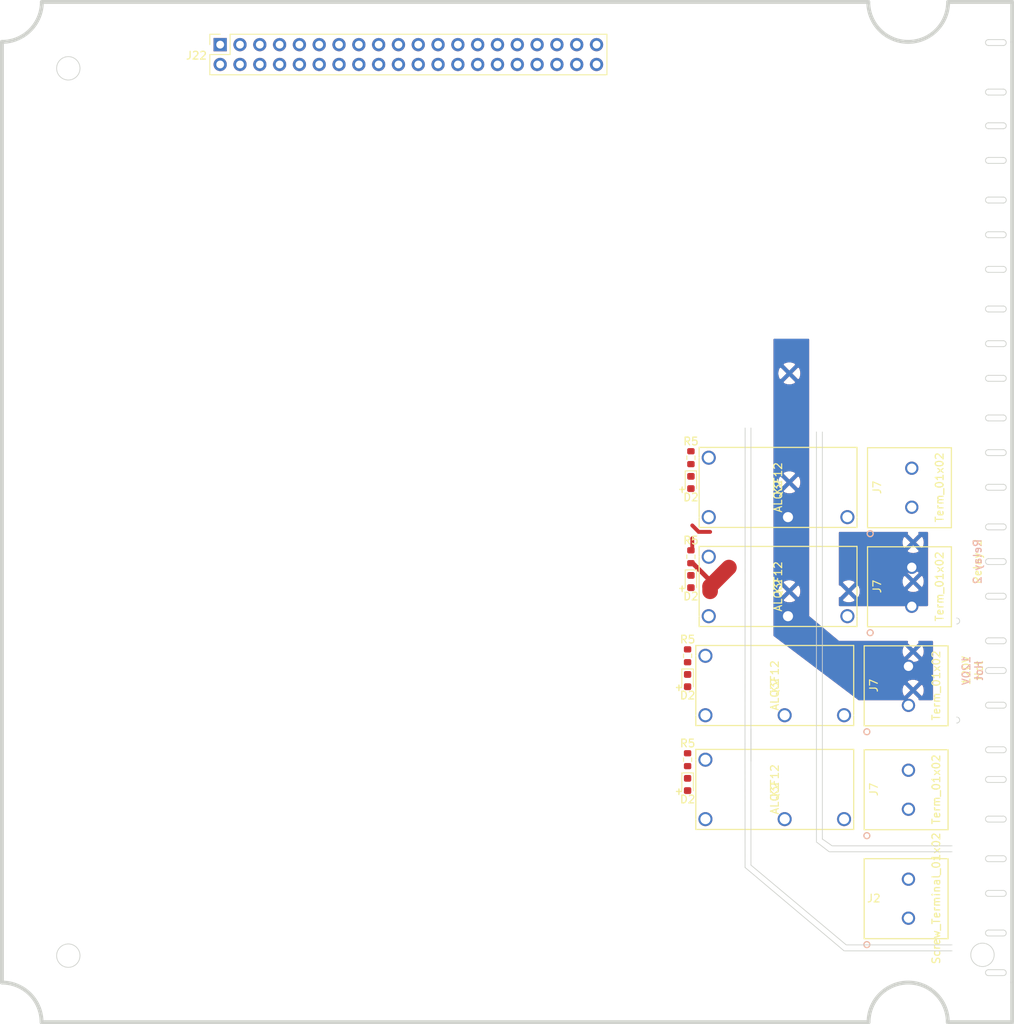
<source format=kicad_pcb>
(kicad_pcb (version 20211014) (generator pcbnew)
  (layers (0 "F.Cu" signal) (31 "B.Cu" signal) (34 "B.Paste" user) (35 "F.Paste" user) (36 "B.SilkS" user "B.Silkscreen") (37 "F.SilkS" user "F.Silkscreen") (38 "B.Mask" user) (39 "F.Mask" user) (44 "Edge.Cuts" user))
  (net 0 "")
  (net 1 "Net-(D2-Pad1)")
  (net 2 "+5V")
  (net 3 "+12V")
  (net 4 "Net-(J7-Pad1)")
  (net 5 "12V")
  (net 6 "Relay2")
  (net 7 "Net-(J5-Pad1)")
  (net 8 "120V_Hot")
  (net 9 "GND")
  (net 10 "Net-(R4-Pad1)")
  (footprint "ALQ3F12:ALQ3F12" (layer "F.Cu") (at 125.72055 128.891757 90)
    (fp_text reference "K2" (at 3.81 8.89 90) (layer "F.SilkS"))
    (fp_text value "ALQ3F12" (at 3.81 8.89 90) (layer "F.SilkS"))
    (fp_line (start 8.9408 -1.2319) (end 7.699149 -1.2319) (layer "F.SilkS") (width 0.1524))
    (fp_line (start -0.079149 -1.2319) (end -1.3208 -1.2319) (layer "F.SilkS") (width 0.1524))
    (fp_line (start 7.540851 -1.2319) (end 0.079149 -1.2319) (layer "F.SilkS") (width 0.1524))
    (fp_line (start 0.079149 19.0119) (end 8.9408 19.0119) (layer "F.SilkS") (width 0.1524))
    (fp_line (start -1.3208 -1.2319) (end -1.3208 19.0119) (layer "F.SilkS") (width 0.1524))
    (fp_line (start -1.3208 19.0119) (end -0.079149 19.0119) (layer "F.SilkS") (width 0.1524))
    (fp_line (start 8.9408 19.0119) (end 8.9408 -1.2319) (layer "F.SilkS") (width 0.1524))
    (pad "1" thru_hole circle locked (at 0 0 90) (size 1.8034 1.8034) (drill 1.2954) (layers *.Cu *.Mask) (net 5 "12V"))
    (pad "2" thru_hole circle locked (at 7.62 0 90) (size 1.8034 1.8034) (drill 1.2954) (layers *.Cu *.Mask) (net 6 "Relay2"))
    (pad "3" thru_hole circle locked (at 0 17.78 90) (size 1.8034 1.8034) (drill 1.2954) (layers *.Cu *.Mask) (net 7 "Net-(J5-Pad1)"))
    (pad "4" thru_hole circle locked (at 0 10.16 90) (size 1.8034 1.8034) (drill 1.2954) (layers *.Cu *.Mask) (net 8 "120V_Hot"))
  )
  (footprint "ALQ3F12:ALQ3F12" (layer "F.Cu") (at 126.146 102.87 90)
    (fp_text reference "K2" (at 3.81 8.89 90) (layer "F.SilkS"))
    (fp_text value "ALQ3F12" (at 3.81 8.89 90) (layer "F.SilkS"))
    (fp_line (start 8.9408 19.0119) (end 8.9408 -1.2319) (layer "F.SilkS") (width 0.1524))
    (fp_line (start -0.079149 -1.2319) (end -1.3208 -1.2319) (layer "F.SilkS") (width 0.1524))
    (fp_line (start 7.540851 -1.2319) (end 0.079149 -1.2319) (layer "F.SilkS") (width 0.1524))
    (fp_line (start -1.3208 -1.2319) (end -1.3208 19.0119) (layer "F.SilkS") (width 0.1524))
    (fp_line (start -1.3208 19.0119) (end -0.079149 19.0119) (layer "F.SilkS") (width 0.1524))
    (fp_line (start 0.079149 19.0119) (end 8.9408 19.0119) (layer "F.SilkS") (width 0.1524))
    (fp_line (start 8.9408 -1.2319) (end 7.699149 -1.2319) (layer "F.SilkS") (width 0.1524))
    (pad "1" thru_hole circle locked (at 0 0 90) (size 1.8034 1.8034) (drill 1.2954) (layers *.Cu *.Mask) (net 5 "12V"))
    (pad "2" thru_hole circle locked (at 7.62 0 90) (size 1.8034 1.8034) (drill 1.2954) (layers *.Cu *.Mask) (net 6 "Relay2"))
    (pad "3" thru_hole circle locked (at 0 17.78 90) (size 1.8034 1.8034) (drill 1.2954) (layers *.Cu *.Mask) (net 7 "Net-(J5-Pad1)"))
    (pad "4" thru_hole circle locked (at 0 10.16 90) (size 1.8034 1.8034) (drill 1.2954) (layers *.Cu *.Mask) (net 8 "120V_Hot"))
  )
  (footprint "1792863-2term_power:1792863" (layer "F.Cu") (at 152.181 101.6 90)
    (fp_text reference "J7" (at 2.54 -4.445 90) (layer "F.SilkS"))
    (fp_text value "Term_01x02" (at 2.54 3.556 90) (layer "F.SilkS"))
    (fp_text user "*" (at 0 0 90) (layer "F.SilkS"))
    (fp_text user "*" (at 0 0 90) (layer "F.SilkS"))
    (fp_circle (center -3.389 -5.334) (end -3.008 -5.334) (layer "B.SilkS") (width 0.1524) (fill none))
    (fp_line (start 7.627 5.077) (end 7.627 -5.676999) (layer "F.SilkS") (width 0.1524))
    (fp_line (start 7.627 -5.676999) (end -2.627 -5.676999) (layer "F.SilkS") (width 0.1524))
    (fp_line (start -2.627 5.077) (end 7.627 5.077) (layer "F.SilkS") (width 0.1524))
    (fp_line (start -2.627 -5.676999) (end -2.627 5.077) (layer "F.SilkS") (width 0.1524))
    (fp_circle (center -3.389 -5.334) (end -3.008 -5.334) (layer "F.SilkS") (width 0.1524) (fill none))
    (pad "1" thru_hole circle locked (at 0 0 90) (size 1.7018 1.7018) (drill 1.1938) (layers *.Cu *.Mask) (net 4 "Net-(J7-Pad1)"))
    (pad "2" thru_hole circle locked (at 5 0 90) (size 1.7018 1.7018) (drill 1.1938) (layers *.Cu *.Mask) (net 4 "Net-(J7-Pad1)"))
  )
  (footprint "1792863-2term_power:1792863" (layer "F.Cu") (at 151.75555 114.3 90)
    (fp_text reference "J7" (at 2.54 -4.445 90) (layer "F.SilkS"))
    (fp_text value "Term_01x02" (at 2.54 3.556 90) (layer "F.SilkS"))
    (fp_text user "*" (at 0 0 90) (layer "F.SilkS"))
    (fp_text user "*" (at 0 0 90) (layer "F.SilkS"))
    (fp_circle (center -3.389 -5.334) (end -3.008 -5.334) (layer "B.SilkS") (width 0.1524) (fill none))
    (fp_line (start 7.627 5.077) (end 7.627 -5.676999) (layer "F.SilkS") (width 0.1524))
    (fp_line (start -2.627 -5.676999) (end -2.627 5.077) (layer "F.SilkS") (width 0.1524))
    (fp_line (start 7.627 -5.676999) (end -2.627 -5.676999) (layer "F.SilkS") (width 0.1524))
    (fp_line (start -2.627 5.077) (end 7.627 5.077) (layer "F.SilkS") (width 0.1524))
    (fp_circle (center -3.389 -5.334) (end -3.008 -5.334) (layer "F.SilkS") (width 0.1524) (fill none))
    (pad "1" thru_hole circle locked (at 0 0 90) (size 1.7018 1.7018) (drill 1.1938) (layers *.Cu *.Mask) (net 4 "Net-(J7-Pad1)"))
    (pad "2" thru_hole circle locked (at 5 0 90) (size 1.7018 1.7018) (drill 1.1938) (layers *.Cu *.Mask) (net 4 "Net-(J7-Pad1)"))
  )
  (footprint "1792863-2term_power:1792863" (layer "F.Cu") (at 151.75555 141.591757 90)
    (fp_text reference "J2" (at 2.54 -4.445 180) (layer "F.SilkS"))
    (fp_text value "Screw_Terminal_01x02" (at 2.54 3.556 90) (layer "F.SilkS"))
    (fp_text user "*" (at 0 0 90) (layer "F.SilkS"))
    (fp_text user "*" (at 0 0 90) (layer "F.SilkS"))
    (fp_circle (center -3.389 -5.334) (end -3.008 -5.334) (layer "B.SilkS") (width 0.1524) (fill none))
    (fp_line (start -2.627 -5.676999) (end -2.627 5.077) (layer "F.SilkS") (width 0.1524))
    (fp_line (start 7.627 5.077) (end 7.627 -5.676999) (layer "F.SilkS") (width 0.1524))
    (fp_line (start 7.627 -5.676999) (end -2.627 -5.676999) (layer "F.SilkS") (width 0.1524))
    (fp_line (start -2.627 5.077) (end 7.627 5.077) (layer "F.SilkS") (width 0.1524))
    (fp_circle (center -3.389 -5.334) (end -3.008 -5.334) (layer "F.SilkS") (width 0.1524) (fill none))
    (pad "1" thru_hole circle locked (at 0 0 90) (size 1.7018 1.7018) (drill 1.1938) (layers *.Cu *.Mask) (net 3 "+12V"))
    (pad "2" thru_hole circle locked (at 5 0 90) (size 1.7018 1.7018) (drill 1.1938) (layers *.Cu *.Mask) (net 3 "+12V"))
  )
  (footprint "ALQ3F12:ALQ3F12" (layer "F.Cu") (at 126.146 90.17 90)
    (fp_text reference "K2" (at 3.81 8.89 90) (layer "F.SilkS"))
    (fp_text value "ALQ3F12" (at 3.81 8.89 90) (layer "F.SilkS"))
    (fp_line (start -1.3208 -1.2319) (end -1.3208 19.0119) (layer "F.SilkS") (width 0.1524))
    (fp_line (start -0.079149 -1.2319) (end -1.3208 -1.2319) (layer "F.SilkS") (width 0.1524))
    (fp_line (start 8.9408 -1.2319) (end 7.699149 -1.2319) (layer "F.SilkS") (width 0.1524))
    (fp_line (start -1.3208 19.0119) (end -0.079149 19.0119) (layer "F.SilkS") (width 0.1524))
    (fp_line (start 0.079149 19.0119) (end 8.9408 19.0119) (layer "F.SilkS") (width 0.1524))
    (fp_line (start 7.540851 -1.2319) (end 0.079149 -1.2319) (layer "F.SilkS") (width 0.1524))
    (fp_line (start 8.9408 19.0119) (end 8.9408 -1.2319) (layer "F.SilkS") (width 0.1524))
    (pad "1" thru_hole circle locked (at 0 0 90) (size 1.8034 1.8034) (drill 1.2954) (layers *.Cu *.Mask) (net 5 "12V"))
    (pad "2" thru_hole circle locked (at 7.62 0 90) (size 1.8034 1.8034) (drill 1.2954) (layers *.Cu *.Mask) (net 6 "Relay2"))
    (pad "3" thru_hole circle locked (at 0 17.78 90) (size 1.8034 1.8034) (drill 1.2954) (layers *.Cu *.Mask) (net 7 "Net-(J5-Pad1)"))
    (pad "4" thru_hole circle locked (at 0 10.16 90) (size 1.8034 1.8034) (drill 1.2954) (layers *.Cu *.Mask) (net 8 "120V_Hot"))
  )
  (footprint "LED_SMD:LED_0603_1608Metric" (layer "F.Cu") (at 123.43455 111.125 -90)
    (fp_text reference "D2" (at 1.905 0 180) (layer "F.SilkS"))
    (fp_text value "LED_Red_power")
    (fp_line (start 0.8 -0.735) (end -1.485 -0.735) (layer "F.SilkS") (width 0.12))
    (fp_line (start -1.485 0.735) (end 0.8 0.735) (layer "F.SilkS") (width 0.12))
    (fp_line (start -1.485 -0.735) (end -1.485 0.735) (layer "F.SilkS") (width 0.12))
    (pad "1" smd roundrect locked (at -0.7875 0 270) (size 0.875 0.95) (layers "F.Cu" "F.Paste" "F.Mask") (net 1 "Net-(D2-Pad1)"))
    (pad "2" smd roundrect locked (at 0.7875 0 270) (size 0.875 0.95) (layers "F.Cu" "F.Paste" "F.Mask") (net 2 "+5V"))
  )
  (footprint "LED_SMD:LED_0603_1608Metric" (layer "F.Cu") (at 123.86 85.725 -90)
    (fp_text reference "D2" (at 1.905 0 180) (layer "F.SilkS"))
    (fp_text value "LED_Red_power")
    (fp_line (start 0.8 -0.735) (end -1.485 -0.735) (layer "F.SilkS") (width 0.12))
    (fp_line (start -1.485 0.735) (end 0.8 0.735) (layer "F.SilkS") (width 0.12))
    (fp_line (start -1.485 -0.735) (end -1.485 0.735) (layer "F.SilkS") (width 0.12))
    (pad "1" smd roundrect locked (at -0.7875 0 270) (size 0.875 0.95) (layers "F.Cu" "F.Paste" "F.Mask") (net 1 "Net-(D2-Pad1)"))
    (pad "2" smd roundrect locked (at 0.7875 0 270) (size 0.875 0.95) (layers "F.Cu" "F.Paste" "F.Mask") (net 2 "+5V"))
  )
  (footprint "Resistor_SMD:R_0603_1608Metric" (layer "F.Cu") (at 123.43455 107.95 90)
    (fp_text reference "R5" (at 2.095 0 180) (layer "F.SilkS"))
    (fp_text value "10k")
    (fp_line (start -0.237258 -0.5225) (end 0.237258 -0.5225) (layer "F.SilkS") (width 0.12))
    (fp_line (start -0.237258 0.5225) (end 0.237258 0.5225) (layer "F.SilkS") (width 0.12))
    (pad "1" smd roundrect locked (at -0.825 0 90) (size 0.8 0.95) (layers "F.Cu" "F.Paste" "F.Mask") (net 9 "GND"))
    (pad "2" smd roundrect locked (at 0.825 0 90) (size 0.8 0.95) (layers "F.Cu" "F.Paste" "F.Mask") (net 10 "Net-(R4-Pad1)"))
  )
  (footprint "LED_SMD:LED_0603_1608Metric" (layer "F.Cu") (at 123.43455 124.446757 -90)
    (fp_text reference "D2" (at 1.905 0 180) (layer "F.SilkS"))
    (fp_text value "LED_Red_power")
    (fp_line (start 0.8 -0.735) (end -1.485 -0.735) (layer "F.SilkS") (width 0.12))
    (fp_line (start -1.485 -0.735) (end -1.485 0.735) (layer "F.SilkS") (width 0.12))
    (fp_line (start -1.485 0.735) (end 0.8 0.735) (layer "F.SilkS") (width 0.12))
    (pad "1" smd roundrect locked (at -0.7875 0 270) (size 0.875 0.95) (layers "F.Cu" "F.Paste" "F.Mask") (net 1 "Net-(D2-Pad1)"))
    (pad "2" smd roundrect locked (at 0.7875 0 270) (size 0.875 0.95) (layers "F.Cu" "F.Paste" "F.Mask") (net 2 "+5V"))
  )
  (footprint "Resistor_SMD:R_0603_1608Metric" (layer "F.Cu") (at 123.86 95.25 90)
    (fp_text reference "R5" (at 2.095 0 180) (layer "F.SilkS"))
    (fp_text value "10k")
    (fp_line (start -0.237258 0.5225) (end 0.237258 0.5225) (layer "F.SilkS") (width 0.12))
    (fp_line (start -0.237258 -0.5225) (end 0.237258 -0.5225) (layer "F.SilkS") (width 0.12))
    (pad "1" smd roundrect locked (at -0.825 0 90) (size 0.8 0.95) (layers "F.Cu" "F.Paste" "F.Mask") (net 9 "GND"))
    (pad "2" smd roundrect locked (at 0.825 0 90) (size 0.8 0.95) (layers "F.Cu" "F.Paste" "F.Mask") (net 10 "Net-(R4-Pad1)"))
  )
  (footprint "ALQ3F12:ALQ3F12" (layer "F.Cu") (at 125.72055 115.57 90)
    (fp_text reference "K2" (at 3.81 8.89 90) (layer "F.SilkS"))
    (fp_text value "ALQ3F12" (at 3.81 8.89 90) (layer "F.SilkS"))
    (fp_line (start 0.079149 19.0119) (end 8.9408 19.0119) (layer "F.SilkS") (width 0.1524))
    (fp_line (start -0.079149 -1.2319) (end -1.3208 -1.2319) (layer "F.SilkS") (width 0.1524))
    (fp_line (start -1.3208 19.0119) (end -0.079149 19.0119) (layer "F.SilkS") (width 0.1524))
    (fp_line (start 8.9408 19.0119) (end 8.9408 -1.2319) (layer "F.SilkS") (width 0.1524))
    (fp_line (start 8.9408 -1.2319) (end 7.699149 -1.2319) (layer "F.SilkS") (width 0.1524))
    (fp_line (start -1.3208 -1.2319) (end -1.3208 19.0119) (layer "F.SilkS") (width 0.1524))
    (fp_line (start 7.540851 -1.2319) (end 0.079149 -1.2319) (layer "F.SilkS") (width 0.1524))
    (pad "1" thru_hole circle locked (at 0 0 90) (size 1.8034 1.8034) (drill 1.2954) (layers *.Cu *.Mask) (net 5 "12V"))
    (pad "2" thru_hole circle locked (at 7.62 0 90) (size 1.8034 1.8034) (drill 1.2954) (layers *.Cu *.Mask) (net 6 "Relay2"))
    (pad "3" thru_hole circle locked (at 0 17.78 90) (size 1.8034 1.8034) (drill 1.2954) (layers *.Cu *.Mask) (net 7 "Net-(J5-Pad1)"))
    (pad "4" thru_hole circle locked (at 0 10.16 90) (size 1.8034 1.8034) (drill 1.2954) (layers *.Cu *.Mask) (net 8 "120V_Hot"))
  )
  (footprint "1792863-2term_power:1792863" (layer "F.Cu") (at 151.75555 127.621757 90)
    (fp_text reference "J7" (at 2.54 -4.445 90) (layer "F.SilkS"))
    (fp_text value "Term_01x02" (at 2.54 3.556 90) (layer "F.SilkS"))
    (fp_text user "*" (at 0 0 90) (layer "F.SilkS"))
    (fp_text user "*" (at 0 0 90) (layer "F.SilkS"))
    (fp_circle (center -3.389 -5.334) (end -3.008 -5.334) (layer "B.SilkS") (width 0.1524) (fill none))
    (fp_line (start 7.627 5.077) (end 7.627 -5.676999) (layer "F.SilkS") (width 0.1524))
    (fp_line (start 7.627 -5.676999) (end -2.627 -5.676999) (layer "F.SilkS") (width 0.1524))
    (fp_line (start -2.627 5.077) (end 7.627 5.077) (layer "F.SilkS") (width 0.1524))
    (fp_line (start -2.627 -5.676999) (end -2.627 5.077) (layer "F.SilkS") (width 0.1524))
    (fp_circle (center -3.389 -5.334) (end -3.008 -5.334) (layer "F.SilkS") (width 0.1524) (fill none))
    (pad "1" thru_hole circle locked (at 0 0 90) (size 1.7018 1.7018) (drill 1.1938) (layers *.Cu *.Mask) (net 4 "Net-(J7-Pad1)"))
    (pad "2" thru_hole circle locked (at 5 0 90) (size 1.7018 1.7018) (drill 1.1938) (layers *.Cu *.Mask) (net 4 "Net-(J7-Pad1)"))
  )
  (footprint "1792863-2term_power:1792863" (layer "F.Cu") (at 152.181 88.9 90)
    (fp_text reference "J7" (at 2.54 -4.445 90) (layer "F.SilkS"))
    (fp_text value "Term_01x02" (at 2.54 3.556 90) (layer "F.SilkS"))
    (fp_text user "*" (at 0 0 90) (layer "F.SilkS"))
    (fp_text user "*" (at 0 0 90) (layer "F.SilkS"))
    (fp_circle (center -3.389 -5.334) (end -3.008 -5.334) (layer "B.SilkS") (width 0.1524) (fill none))
    (fp_line (start 7.627 5.077) (end 7.627 -5.676999) (layer "F.SilkS") (width 0.1524))
    (fp_line (start 7.627 -5.676999) (end -2.627 -5.676999) (layer "F.SilkS") (width 0.1524))
    (fp_line (start -2.627 -5.676999) (end -2.627 5.077) (layer "F.SilkS") (width 0.1524))
    (fp_line (start -2.627 5.077) (end 7.627 5.077) (layer "F.SilkS") (width 0.1524))
    (fp_circle (center -3.389 -5.334) (end -3.008 -5.334) (layer "F.SilkS") (width 0.1524) (fill none))
    (pad "1" thru_hole circle locked (at 0 0 90) (size 1.7018 1.7018) (drill 1.1938) (layers *.Cu *.Mask) (net 4 "Net-(J7-Pad1)"))
    (pad "2" thru_hole circle locked (at 5 0 90) (size 1.7018 1.7018) (drill 1.1938) (layers *.Cu *.Mask) (net 4 "Net-(J7-Pad1)"))
  )
  (footprint "Resistor_SMD:R_0603_1608Metric" (layer "F.Cu") (at 123.43455 121.271757 90)
    (fp_text reference "R5" (at 2.095 0 180) (layer "F.SilkS"))
    (fp_text value "10k")
    (fp_line (start -0.237258 0.5225) (end 0.237258 0.5225) (layer "F.SilkS") (width 0.12))
    (fp_line (start -0.237258 -0.5225) (end 0.237258 -0.5225) (layer "F.SilkS") (width 0.12))
    (pad "1" smd roundrect locked (at -0.825 0 90) (size 0.8 0.95) (layers "F.Cu" "F.Paste" "F.Mask") (net 9 "GND"))
    (pad "2" smd roundrect locked (at 0.825 0 90) (size 0.8 0.95) (layers "F.Cu" "F.Paste" "F.Mask") (net 10 "Net-(R4-Pad1)"))
  )
  (footprint "Resistor_SMD:R_0603_1608Metric" (layer "F.Cu") (at 123.86 82.55 90)
    (fp_text reference "R5" (at 2.095 0 180) (layer "F.SilkS"))
    (fp_text value "10k")
    (fp_line (start -0.237258 0.5225) (end 0.237258 0.5225) (layer "F.SilkS") (width 0.12))
    (fp_line (start -0.237258 -0.5225) (end 0.237258 -0.5225) (layer "F.SilkS") (width 0.12))
    (pad "1" smd roundrect locked (at -0.825 0 90) (size 0.8 0.95) (layers "F.Cu" "F.Paste" "F.Mask") (net 9 "GND"))
    (pad "2" smd roundrect locked (at 0.825 0 90) (size 0.8 0.95) (layers "F.Cu" "F.Paste" "F.Mask") (net 10 "Net-(R4-Pad1)"))
  )
  (footprint "Connector_PinSocket_2.54mm:PinSocket_2x20_P2.54mm_Vertical" (layer "F.Cu") (at 63.5 29.591 90)
    (fp_text reference "J22" (at -1.397 -3.048 180) (layer "F.SilkS"))
    (fp_text value "Conn_02x20_Odd_Even" hide)
    (fp_line (start -3.87 -1.33) (end -3.87 49.59) (layer "F.SilkS") (width 0.12))
    (fp_line (start 0 -1.33) (end 1.33 -1.33) (layer "F.SilkS") (width 0.12))
    (fp_line (start -1.27 1.27) (end 1.33 1.27) (layer "F.SilkS") (width 0.12))
    (fp_line (start -1.27 -1.33) (end -1.27 1.27) (layer "F.SilkS") (width 0.12))
    (fp_line (start -3.87 49.59) (end 1.33 49.59) (layer "F.SilkS") (width 0.12))
    (fp_line (start -3.87 -1.33) (end -1.27 -1.33) (layer "F.SilkS") (width 0.12))
    (fp_line (start 1.33 -1.33) (end 1.33 0) (layer "F.SilkS") (width 0.12))
    (fp_line (start 1.33 1.27) (end 1.33 49.59) (layer "F.SilkS") (width 0.12))
    (pad "1" thru_hole rect locked (at 0 0 90) (size 1.7 1.7) (drill 1) (layers *.Cu *.Mask))
    (pad "2" thru_hole oval locked (at -2.54 0 90) (size 1.7 1.7) (drill 1) (layers *.Cu *.Mask))
    (pad "3" thru_hole oval locked (at 0 2.54 90) (size 1.7 1.7) (drill 1) (layers *.Cu *.Mask))
    (pad "4" thru_hole oval locked (at -2.54 2.54 90) (size 1.7 1.7) (drill 1) (layers *.Cu *.Mask))
    (pad "5" thru_hole oval locked (at 0 5.08 90) (size 1.7 1.7) (drill 1) (layers *.Cu *.Mask))
    (pad "6" thru_hole oval locked (at -2.54 5.08 90) (size 1.7 1.7) (drill 1) (layers *.Cu *.Mask))
    (pad "7" thru_hole oval locked (at 0 7.62 90) (size 1.7 1.7) (drill 1) (layers *.Cu *.Mask))
    (pad "8" thru_hole oval locked (at -2.54 7.62 90) (size 1.7 1.7) (drill 1) (layers *.Cu *.Mask))
    (pad "9" thru_hole oval locked (at 0 10.16 90) (size 1.7 1.7) (drill 1) (layers *.Cu *.Mask))
    (pad "10" thru_hole oval locked (at -2.54 10.16 90) (size 1.7 1.7) (drill 1) (layers *.Cu *.Mask))
    (pad "11" thru_hole oval locked (at 0 12.7 90) (size 1.7 1.7) (drill 1) (layers *.Cu *.Mask))
    (pad "12" thru_hole oval locked (at -2.54 12.7 90) (size 1.7 1.7) (drill 1) (layers *.Cu *.Mask))
    (pad "13" thru_hole oval locked (at 0 15.24 90) (size 1.7 1.7) (drill 1) (layers *.Cu *.Mask))
    (pad "14" thru_hole oval locked (at -2.54 15.24 90) (size 1.7 1.7) (drill 1) (layers *.Cu *.Mask))
    (pad "15" thru_hole oval locked (at 0 17.78 90) (size 1.7 1.7) (drill 1) (layers *.Cu *.Mask))
    (pad "16" thru_hole oval locked (at -2.54 17.78 90) (size 1.7 1.7) (drill 1) (layers *.Cu *.Mask))
    (pad "17" thru_hole oval locked (at 0 20.32 90) (size 1.7 1.7) (drill 1) (layers *.Cu *.Mask))
    (pad "18" thru_hole oval locked (at -2.54 20.32 90) (size 1.7 1.7) (drill 1) (layers *.Cu *.Mask))
    (pad "19" thru_hole oval locked (at 0 22.86 90) (size 1.7 1.7) (drill 1) (layers *.Cu *.Mask))
    (pad "20" thru_hole oval locked (at -2.54 22.86 90) (size 1.7 1.7) (drill 1) (layers *.Cu *.Mask))
    (pad "21" thru_hole oval locked (at 0 25.4 90) (size 1.7 1.7) (drill 1) (layers *.Cu *.Mask))
    (pad "22" thru_hole oval locked (at -2.54 25.4 90) (size 1.7 1.7) (drill 1) (layers *.Cu *.Mask))
    (pad "23" thru_hole oval locked (at 0 27.94 90) (size 1.7 1.7) (drill 1) (layers *.Cu *.Mask))
    (pad "24" thru_hole oval locked (at -2.54 27.94 90) (size 1.7 1.7) (drill 1) (layers *.Cu *.Mask))
    (pad "25" thru_hole oval locked (at 0 30.48 90) (size 1.7 1.7) (drill 1) (layers *.Cu *.Mask))
    (pad "26" thru_hole oval locked (at -2.54 30.48 90) (size 1.7 1.7) (drill 1) (layers *.Cu *.Mask))
    (pad "27" thru_hole oval locked (at 0 33.02 90) (size 1.7 1.7) (drill 1) (layers *.Cu *.Mask))
    (pad "28" thru_hole oval locked (at -2.54 33.02 90) (size 1.7 1.7) (drill 1) (layers *.Cu *.Mask))
    (pad "29" thru_hole oval locked (at 0 35.56 90) (size 1.7 1.7) (drill 1) (layers *.Cu *.Mask))
    (pad "30" thru_hole oval locked (at -2.54 35.56 90) (size 1.7 1.7) (drill 1) (layers *.Cu *.Mask))
    (pad "31" thru_hole oval locked (at 0 38.1 90) (size 1.7 1.7) (drill 1) (layers *.Cu *.Mask))
    (pad "32" thru_hole oval locked (at -2.54 38.1 90) (size 1.7 1.7) (drill 1) (layers *.Cu *.Mask))
    (pad "33" thru_hole oval locked (at 0 40.64 90) (size 1.7 1.7) (drill 1) (layers *.Cu *.Mask))
    (pad "34" thru_hole oval locked (at -2.54 40.64 90) (size 1.7 1.7) (drill 1) (layers *.Cu *.Mask))
    (pad "35" thru_hole oval locked (at 0 43.18 90) (size 1.7 1.7) (drill 1) (layers *.Cu *.Mask))
    (pad "36" thru_hole oval locked (at -2.54 43.18 90) (size 1.7 1.7) (drill 1) (layers *.Cu *.Mask))
    (pad "37" thru_hole oval locked (at 0 45.72 90) (size 1.7 1.7) (drill 1) (layers *.Cu *.Mask))
    (pad "38" thru_hole oval locked (at -2.54 45.72 90) (size 1.7 1.7) (drill 1) (layers *.Cu *.Mask))
    (pad "39" thru_hole oval locked (at 0 48.26 90) (size 1.7 1.7) (drill 1) (layers *.Cu *.Mask))
    (pad "40" thru_hole oval locked (at -2.54 48.26 90) (size 1.7 1.7) (drill 1) (layers *.Cu *.Mask))
  )
  (footprint "LED_SMD:LED_0603_1608Metric" (layer "F.Cu") (at 123.86 98.425 -90)
    (fp_text reference "D2" (at 1.905 0 180) (layer "F.SilkS"))
    (fp_text value "LED_Red_power")
    (fp_line (start 0.8 -0.735) (end -1.485 -0.735) (layer "F.SilkS") (width 0.12))
    (fp_line (start -1.485 -0.735) (end -1.485 0.735) (layer "F.SilkS") (width 0.12))
    (fp_line (start -1.485 0.735) (end 0.8 0.735) (layer "F.SilkS") (width 0.12))
    (pad "1" smd roundrect locked (at -0.7875 0 270) (size 0.875 0.95) (layers "F.Cu" "F.Paste" "F.Mask") (net 1 "Net-(D2-Pad1)"))
    (pad "2" smd roundrect locked (at 0.7875 0 270) (size 0.875 0.95) (layers "F.Cu" "F.Paste" "F.Mask") (net 2 "+5V"))
  )
  (gr_line (start 122.7424 86.3092) (end 122.7424 87.0204) (layer "F.SilkS") (width 0.15))
  (gr_line (start 122.31695 111.7854) (end 122.31695 112.2934) (layer "F.SilkS") (width 0.15))
  (gr_line (start 122.31695 112.2934) (end 122.31695 112.014) (layer "F.SilkS") (width 0.15))
  (gr_line (start 122.31695 112.014) (end 122.01215 112.014) (layer "F.SilkS") (width 0.15))
  (gr_line (start 122.7424 86.3854) (end 122.7424 86.8934) (layer "F.SilkS") (width 0.15))
  (gr_line (start 122.64715 125.335757) (end 122.31695 125.335757) (layer "F.SilkS") (width 0.15))
  (gr_line (start 122.31695 125.335757) (end 122.01215 125.335757) (layer "F.SilkS") (width 0.15))
  (gr_line (start 122.31695 125.335757) (end 122.31695 125.030957) (layer "F.SilkS") (width 0.15))
  (gr_line (start 122.4376 99.314) (end 123.0726 99.314) (layer "F.SilkS") (width 0.15))
  (gr_line (start 122.7424 99.0854) (end 122.7424 99.5934) (layer "F.SilkS") (width 0.15))
  (gr_line (start 122.7424 99.0092) (end 122.7424 99.7204) (layer "F.SilkS") (width 0.15))
  (gr_line (start 122.31695 125.615157) (end 122.31695 125.335757) (layer "F.SilkS") (width 0.15))
  (gr_line (start 122.7424 86.614) (end 122.7424 86.3092) (layer "F.SilkS") (width 0.15))
  (gr_line (start 122.31695 125.030957) (end 122.31695 125.742157) (layer "F.SilkS") (width 0.15))
  (gr_line (start 122.7424 86.614) (end 122.4376 86.614) (layer "F.SilkS") (width 0.15))
  (gr_line (start 122.7424 99.5934) (end 122.7424 99.314) (layer "F.SilkS") (width 0.15))
  (gr_line (start 123.0726 86.614) (end 122.7424 86.614) (layer "F.SilkS") (width 0.15))
  (gr_line (start 122.64715 112.014) (end 122.31695 112.014) (layer "F.SilkS") (width 0.15))
  (gr_line (start 122.4376 86.614) (end 123.0726 86.614) (layer "F.SilkS") (width 0.15))
  (gr_line (start 122.7424 86.8934) (end 122.7424 86.614) (layer "F.SilkS") (width 0.15))
  (gr_line (start 122.7424 99.314) (end 122.4376 99.314) (layer "F.SilkS") (width 0.15))
  (gr_line (start 122.31695 112.014) (end 122.31695 111.7092) (layer "F.SilkS") (width 0.15))
  (gr_line (start 123.0726 99.314) (end 122.7424 99.314) (layer "F.SilkS") (width 0.15))
  (gr_line (start 122.01215 125.335757) (end 122.64715 125.335757) (layer "F.SilkS") (width 0.15))
  (gr_line (start 122.7424 99.314) (end 122.7424 99.0092) (layer "F.SilkS") (width 0.15))
  (gr_line (start 122.01215 112.014) (end 122.64715 112.014) (layer "F.SilkS") (width 0.15))
  (gr_line (start 122.31695 125.107157) (end 122.31695 125.615157) (layer "F.SilkS") (width 0.15))
  (gr_line (start 122.31695 111.7092) (end 122.31695 112.4204) (layer "F.SilkS") (width 0.15))
  (gr_line (start 162.00755 82.282757) (end 163.91255 82.282757) (layer "Edge.Cuts") (width 0.1))
  (gr_arc (start 146.64055 154.926757) (mid 151.72055 149.846757) (end 156.80055 154.926757) (layer "Edge.Cuts") (width 0.5))
  (gr_arc (start 163.91255 143.115757) (mid 164.29355 143.496757) (end 163.91255 143.877757) (layer "Edge.Cuts") (width 0.1))
  (gr_line (start 162.00755 44.055757) (end 163.91255 44.055757) (layer "Edge.Cuts") (width 0.1))
  (gr_line (start 157.34355 145.782757) (end 143.50055 145.782757) (layer "Edge.Cuts") (width 0.1))
  (gr_arc (start 163.91255 95.490757) (mid 164.29355 95.871757) (end 163.91255 96.252757) (layer "Edge.Cuts") (width 0.1))
  (gr_arc (start 163.91255 123.430757) (mid 164.29355 123.811757) (end 163.91255 124.192757) (layer "Edge.Cuts") (width 0.1))
  (gr_arc (start 157.94355 115.810759) (mid 158.324549 116.191758) (end 157.94355 116.572757) (layer "Edge.Cuts") (width 0.1))
  (gr_line (start 162.00755 128.510757) (end 163.91255 128.510757) (layer "Edge.Cuts") (width 0.1))
  (gr_line (start 131.553524 119.239757) (end 131.553523 134.784557) (layer "Edge.Cuts") (width 0.1))
  (gr_arc (start 162.00755 129.272757) (mid 161.62655 128.891757) (end 162.00755 128.510757) (layer "Edge.Cuts") (width 0.1))
  (gr_line (start 162.00755 40.372757) (end 163.91255 40.372757) (layer "Edge.Cuts") (width 0.1))
  (gr_line (start 162.00755 148.957757) (end 163.91255 148.957757) (layer "Edge.Cuts") (width 0.1))
  (gr_line (start 162.00755 39.610757) (end 163.91255 39.610757) (layer "Edge.Cuts") (width 0.1))
  (gr_line (start 162.00755 143.115757) (end 163.91255 143.115757) (layer "Edge.Cuts") (width 0.1))
  (gr_line (start 162.00755 129.272757) (end 163.91255 129.272757) (layer "Edge.Cuts") (width 0.1))
  (gr_line (start 162.00755 49.135757) (end 163.91255 49.135757) (layer "Edge.Cuts") (width 0.1))
  (gr_line (start 162.00755 123.430757) (end 163.91255 123.430757) (layer "Edge.Cuts") (width 0.1))
  (gr_line (start 162.00755 28.942757) (end 163.91255 28.942757) (layer "Edge.Cuts") (width 0.1))
  (gr_arc (start 162.00755 40.372757) (mid 161.62655 39.991757) (end 162.00755 39.610757) (layer "Edge.Cuts") (width 0.1))
  (gr_arc (start 163.91255 67.550757) (mid 164.29355 67.931757) (end 163.91255 68.312757) (layer "Edge.Cuts") (width 0.1))
  (gr_arc (start 163.91255 128.510757) (mid 164.29355 128.891757) (end 163.91255 129.272757) (layer "Edge.Cuts") (width 0.1))
  (gr_arc (start 162.00755 36.054757) (mid 161.62655 35.673757) (end 162.00755 35.292757) (layer "Edge.Cuts") (width 0.1))
  (gr_line (start 141.97655 132.320757) (end 140.70655 131.431757) (layer "Edge.Cuts") (width 0.1))
  (gr_line (start 162.00755 71.995757) (end 163.91255 71.995757) (layer "Edge.Cuts") (width 0.1))
  (gr_line (start 146.64055 154.926757) (end 40.59555 154.926757) (layer "Edge.Cuts") (width 0.5))
  (gr_line (start 162.00755 120.382757) (end 163.91255 120.382757) (layer "Edge.Cuts") (width 0.1))
  (gr_arc (start 163.91255 58.025757) (mid 164.29355 58.406757) (end 163.91255 58.787757) (layer "Edge.Cuts") (width 0.1))
  (gr_line (start 162.00755 35.292757) (end 163.91255 35.292757) (layer "Edge.Cuts") (width 0.1))
  (gr_arc (start 163.91255 148.195757) (mid 164.29355 148.576757) (end 163.91255 148.957757) (layer "Edge.Cuts") (width 0.1))
  (gr_arc (start 162.00755 49.897757) (mid 161.62655 49.516757) (end 162.00755 49.135757) (layer "Edge.Cuts") (width 0.1))
  (gr_line (start 162.00755 96.252757) (end 163.91255 96.252757) (layer "Edge.Cuts") (width 0.1))
  (gr_line (start 139.954 79.248) (end 139.954 131.7244) (layer "Edge.Cuts") (width 0.1))
  (gr_line (start 162.00755 54.342757) (end 163.91255 54.342757) (layer "Edge.Cuts") (width 0.1))
  (gr_arc (start 162.00755 86.727757) (mid 161.62655 86.346757) (end 162.00755 85.965757) (layer "Edge.Cuts") (width 0.1))
  (gr_line (start 162.00755 77.075757) (end 163.91255 77.075757) (layer "Edge.Cuts") (width 0.1))
  (gr_circle (center 44.02455 146.394854) (end 45.52455 146.394854) (layer "Edge.Cuts") (width 0.1) (fill none))
  (gr_line (start 130.80055 135.089357) (end 130.791525 119.239757) (layer "Edge.Cuts") (width 0.1))
  (gr_arc (start 163.91255 39.610757) (mid 164.29355 39.991757) (end 163.91255 40.372757) (layer "Edge.Cuts") (width 0.1))
  (gr_arc (start 163.91255 105.650757) (mid 164.29355 106.031757) (end 163.91255 106.412757) (layer "Edge.Cuts") (width 0.1))
  (gr_arc (start 163.91255 113.905757) (mid 164.29355 114.286757) (end 163.91255 114.667757) (layer "Edge.Cuts") (width 0.1))
  (gr_arc (start 157.94355 103.110759) (mid 158.324549 103.491758) (end 157.94355 103.872757) (layer "Edge.Cuts") (width 0.1))
  (gr_arc (start 163.91255 109.460757) (mid 164.29355 109.841757) (end 163.91255 110.222757) (layer "Edge.Cuts") (width 0.1))
  (gr_line (start 162.00755 53.580757) (end 163.91255 53.580757) (layer "Edge.Cuts") (width 0.1))
  (gr_line (start 141.59555 133.082757) (end 139.944551 131.812757) (layer "Edge.Cuts") (width 0.1))
  (gr_arc (start 162.00755 96.252757) (mid 161.62655 95.871757) (end 162.00755 95.490757) (layer "Edge.Cuts") (width 0.1))
  (gr_line (start 162.00755 91.807757) (end 163.91255 91.807757) (layer "Edge.Cuts") (width 0.1))
  (gr_arc (start 163.91255 44.055757) (mid 164.29355 44.436757) (end 163.91255 44.817757) (layer "Edge.Cuts") (width 0.1))
  (gr_arc (start 162.00755 134.352757) (mid 161.62655 133.971757) (end 162.00755 133.590757) (layer "Edge.Cuts") (width 0.1))
  (gr_line (start 162.00755 95.490757) (end 163.91255 95.490757) (layer "Edge.Cuts") (width 0.1))
  (gr_line (start 146.601017 24.116757) (end 40.635083 24.116757) (layer "Edge.Cuts") (width 0.5))
  (gr_line (start 162.00755 138.035757) (end 163.91255 138.035757) (layer "Edge.Cuts") (width 0.1))
  (gr_arc (start 162.00755 82.282757) (mid 161.62655 81.901757) (end 162.00755 81.520757) (layer "Edge.Cuts") (width 0.1))
  (gr_circle (center 161.24555 146.290757) (end 162.74555 146.290757) (layer "Edge.Cuts") (width 0.1) (fill none))
  (gr_line (start 165.05555 154.926757) (end 156.80055 154.926757) (layer "Edge.Cuts") (width 0.5))
  (gr_line (start 131.553524 119.239757) (end 131.553524 117.334757) (layer "Edge.Cuts") (width 0.1))
  (gr_line (start 162.00755 63.105757) (end 163.91255 63.105757) (layer "Edge.Cuts") (width 0.1))
  (gr_line (start 162.00755 44.817757) (end 163.91255 44.817757) (layer "Edge.Cuts") (width 0.1))
  (gr_arc (start 163.91255 49.135757) (mid 164.29355 49.516757) (end 163.91255 49.897757) (layer "Edge.Cuts") (width 0.1))
  (gr_line (start 162.00755 148.195757) (end 163.91255 148.195757) (layer "Edge.Cuts") (width 0.1))
  (gr_arc (start 162.00755 148.957757) (mid 161.62655 148.576757) (end 162.00755 148.195757) (layer "Edge.Cuts") (width 0.1))
  (gr_line (start 162.00755 109.460757) (end 163.91255 109.460757) (layer "Edge.Cuts") (width 0.1))
  (gr_line (start 130.791525 119.239757) (end 130.81 78.74) (layer "Edge.Cuts") (width 0.1))
  (gr_arc (start 163.91255 85.965757) (mid 164.29355 86.346757) (end 163.91255 86.727757) (layer "Edge.Cuts") (width 0.1))
  (gr_arc (start 162.00755 72.757757) (mid 161.62655 72.376757) (end 162.00755 71.995757) (layer "Edge.Cuts") (width 0.1))
  (gr_line (start 162.00755 119.620757) (end 163.91255 119.620757) (layer "Edge.Cuts") (width 0.1))
  (gr_arc (start 162.00755 77.837757) (mid 161.62655 77.456757) (end 162.00755 77.075757) (layer "Edge.Cuts") (width 0.1))
  (gr_line (start 162.00755 86.727757) (end 163.91255 86.727757) (layer "Edge.Cuts") (width 0.1))
  (gr_line (start 162.00755 99.935757) (end 163.91255 99.935757) (layer "Edge.Cuts") (width 0.1))
  (gr_arc (start 162.00755 100.697757) (mid 161.62655 100.316757) (end 162.00755 99.935757) (layer "Edge.Cuts") (width 0.1))
  (gr_line (start 131.553524 78.74) (end 131.553523 121.4628) (layer "Edge.Cuts") (width 0.1))
  (gr_arc (start 163.91255 63.105757) (mid 164.29355 63.486757) (end 163.91255 63.867757) (layer "Edge.Cuts") (width 0.1))
  (gr_arc (start 163.91255 81.520757) (mid 164.29355 81.901757) (end 163.91255 82.282757) (layer "Edge.Cuts") (width 0.1))
  (gr_line (start 162.00755 143.877757) (end 163.91255 143.877757) (layer "Edge.Cuts") (width 0.1))
  (gr_arc (start 162.00755 124.192757) (mid 161.62655 123.811757) (end 162.00755 123.430757) (layer "Edge.Cuts") (width 0.1))
  (gr_arc (start 162.00755 110.222757) (mid 161.62655 109.841757) (end 162.00755 109.460757) (layer "Edge.Cuts") (width 0.1))
  (gr_line (start 162.00755 63.867757) (end 163.91255 63.867757) (layer "Edge.Cuts") (width 0.1))
  (gr_line (start 156.840083 24.116757) (end 165.05555 24.116757) (layer "Edge.Cuts") (width 0.5))
  (gr_line (start 157.34355 132.320759) (end 141.97655 132.320757) (layer "Edge.Cuts") (width 0.1))
  (gr_line (start 162.00755 133.590757) (end 163.91255 133.590757) (layer "Edge.Cuts") (width 0.1))
  (gr_arc (start 162.00755 68.312757) (mid 161.62655 67.931757) (end 162.00755 67.550757) (layer "Edge.Cuts") (width 0.1))
  (gr_arc (start 162.00755 44.817757) (mid 161.62655 44.436757) (end 162.00755 44.055757) (layer "Edge.Cuts") (width 0.1))
  (gr_arc (start 163.91255 35.292757) (mid 164.29355 35.673757) (end 163.91255 36.054757) (layer "Edge.Cuts") (width 0.1))
  (gr_line (start 165.05555 149.846757) (end 165.05555 154.926757) (layer "Edge.Cuts") (width 0.5))
  (gr_arc (start 163.91255 138.035757) (mid 164.29355 138.416757) (end 163.91255 138.797757) (layer "Edge.Cuts") (width 0.1))
  (gr_arc (start 162.00755 120.382757) (mid 161.62655 120.001757) (end 162.00755 119.620757) (layer "Edge.Cuts") (width 0.1))
  (gr_line (start 157.34355 133.082757) (end 141.59555 133.082757) (layer "Edge.Cuts") (width 0.1))
  (gr_arc (start 163.91255 77.075757) (mid 164.29355 77.456757) (end 163.91255 77.837757) (layer "Edge.Cuts") (width 0.1))
  (gr_line (start 157.34355 145.020759) (end 143.77995 145.020757) (layer "Edge.Cuts") (width 0.1))
  (gr_line (start 162.00755 77.837757) (end 163.91255 77.837757) (layer "Edge.Cuts") (width 0.1))
  (gr_line (start 162.00755 105.650757) (end 163.91255 105.650757) (layer "Edge.Cuts") (width 0.1))
  (gr_line (start 162.00755 85.965757) (end 163.91255 85.965757) (layer "Edge.Cuts") (width 0.1))
  (gr_line (start 162.00755 134.352757) (end 163.91255 134.352757) (layer "Edge.Cuts") (width 0.1))
  (gr_line (start 162.00755 67.550757) (end 163.91255 67.550757) (layer "Edge.Cuts") (width 0.1))
  (gr_arc (start 162.00755 58.787757) (mid 161.62655 58.406757) (end 162.00755 58.025757) (layer "Edge.Cuts") (width 0.1))
  (gr_line (start 162.00755 58.787757) (end 163.91255 58.787757) (layer "Edge.Cuts") (width 0.1))
  (gr_arc (start 40.635083 24.116757) (mid 39.135607 27.736814) (end 35.51555 29.23629) (layer "Edge.Cuts") (width 0.5))
  (gr_arc (start 156.840083 24.116757) (mid 151.72055 29.23629) (end 146.601017 24.116757) (layer "Edge.Cuts") (width 0.5))
  (gr_arc (start 163.91255 71.995757) (mid 164.29355 72.376757) (end 163.91255 72.757757) (layer "Edge.Cuts") (width 0.1))
  (gr_arc (start 163.91255 28.942757) (mid 164.29355 29.323757) (end 163.91255 29.704757) (layer "Edge.Cuts") (width 0.1))
  (gr_line (start 162.00755 58.025757) (end 163.91255 58.025757) (layer "Edge.Cuts") (width 0.1))
  (gr_arc (start 162.00755 143.877757) (mid 161.62655 143.496757) (end 162.00755 143.115757) (layer "Edge.Cuts") (width 0.1))
  (gr_line (start 162.00755 124.192757) (end 163.91255 124.192757) (layer "Edge.Cuts") (width 0.1))
  (gr_arc (start 163.91255 91.045757) (mid 164.29355 91.426757) (end 163.91255 91.807757) (layer "Edge.Cuts") (width 0.1))
  (gr_line (start 162.00755 114.667757) (end 163.91255 114.667757) (layer "Edge.Cuts") (width 0.1))
  (gr_line (start 162.00755 36.054757) (end 163.91255 36.054757) (layer "Edge.Cuts") (width 0.1))
  (gr_line (start 162.00755 91.045757) (end 163.91255 91.045757) (layer "Edge.Cuts") (width 0.1))
  (gr_line (start 130.80055 135.089357) (end 143.50055 145.782757) (layer "Edge.Cuts") (width 0.1))
  (gr_arc (start 162.00755 91.807757) (mid 161.62655 91.426757) (end 162.00755 91.045757) (layer "Edge.Cuts") (width 0.1))
  (gr_line (start 162.00755 100.697757) (end 163.91255 100.697757) (layer "Edge.Cuts") (width 0.1))
  (gr_line (start 35.51555 149.846757) (end 35.51555 29.23629) (layer "Edge.Cuts") (width 0.5))
  (gr_arc (start 163.91255 133.590757) (mid 164.29355 133.971757) (end 163.91255 134.352757) (layer "Edge.Cuts") (width 0.1))
  (gr_arc (start 162.00755 63.867757) (mid 161.62655 63.486757) (end 162.00755 63.105757) (layer "Edge.Cuts") (width 0.1))
  (gr_line (start 140.716 79.248) (end 140.716 131.4704) (layer "Edge.Cuts") (width 0.1))
  (gr_line (start 165.05555 24.116757) (end 165.05555 29.23629) (layer "Edge.Cuts") (width 0.5))
  (gr_arc (start 163.91255 119.620757) (mid 164.29355 120.001757) (end 163.91255 120.382757) (layer "Edge.Cuts") (width 0.1))
  (gr_arc (start 162.00755 54.342757) (mid 161.62655 53.961757) (end 162.00755 53.580757) (layer "Edge.Cuts") (width 0.1))
  (gr_line (start 131.553523 134.784557) (end 143.77995 145.020757) (layer "Edge.Cuts") (width 0.1))
  (gr_line (start 162.00755 49.897757) (end 163.91255 49.897757) (layer "Edge.Cuts") (width 0.1))
  (gr_line (start 162.00755 113.905757) (end 163.91255 113.905757) (layer "Edge.Cuts") (width 0.1))
  (gr_line (start 162.00755 29.704757) (end 163.91255 29.704757) (layer "Edge.Cuts") (width 0.1))
  (gr_arc (start 162.00755 114.667757) (mid 161.62655 114.286757) (end 162.00755 113.905757) (layer "Edge.Cuts") (width 0.1))
  (gr_line (start 162.00755 110.222757) (end 163.91255 110.222757) (layer "Edge.Cuts") (width 0.1))
  (gr_arc (start 162.00755 106.412757) (mid 161.62655 106.031757) (end 162.00755 105.650757) (layer "Edge.Cuts") (width 0.1))
  (gr_arc (start 163.91255 53.580757) (mid 164.29355 53.961757) (end 163.91255 54.342757) (layer "Edge.Cuts") (width 0.1))
  (gr_line (start 162.00755 81.520757) (end 163.91255 81.520757) (layer "Edge.Cuts") (width 0.1))
  (gr_line (start 162.00755 68.312757) (end 163.91255 68.312757) (layer "Edge.Cuts") (width 0.1))
  (gr_arc (start 162.00755 29.704757) (mid 161.62655 29.323757) (end 162.00755 28.942757) (layer "Edge.Cuts") (width 0.1))
  (gr_line (start 165.05555 149.846757) (end 165.05555 29.23629) (layer "Edge.Cuts") (width 0.5))
  (gr_circle (center 44.02455 32.625757) (end 45.52455 32.625757) (layer "Edge.Cuts") (width 0.1) (fill none))
  (gr_line (start 162.00755 72.757757) (end 163.91255 72.757757) (layer "Edge.Cuts") (width 0.1))
  (gr_arc (start 35.51555 149.846757) (mid 39.107652 151.334655) (end 40.59555 154.926757) (layer "Edge.Cuts") (width 0.5))
  (gr_arc (start 163.91255 99.935757) (mid 164.29355 100.316757) (end 163.91255 100.697757) (layer "Edge.Cuts") (width 0.1))
  (gr_line (start 162.00755 138.797757) (end 163.91255 138.797757) (layer "Edge.Cuts") (width 0.1))
  (gr_arc (start 162.00755 138.797757) (mid 161.62655 138.416757) (end 162.00755 138.035757) (layer "Edge.Cuts") (width 0.1))
  (gr_line (start 162.00755 106.412757) (end 163.91255 106.412757) (layer "Edge.Cuts") (width 0.1))
  (gr_text "120V\nHot" (at 159.97555 109.841757 90) (layer "B.SilkS") (effects (font (size 1 1)) (justify mirror)))
  (gr_text "Relay 2\n" (at 160.61055 95.871757 90) (layer "B.SilkS") (effects (font (size 1 1)) (justify mirror)))
  (gr_text "120V\nHot" (at 159.97555 109.841757 90) (layer "F.SilkS") (effects (font (size 1 1))))
  (gr_text "Relay 2\n" (at 160.61055 95.871757 90) (layer "F.SilkS") (effects (font (size 1 1))))
  (segment (start 124.85955 92.061757) (end 124.03455 91.236757) (width 0.5) (layer "F.Cu") (net 0))
  (segment (start 126.32055 92.061757) (end 124.85955 92.061757) (width 0.5) (layer "F.Cu") (net 0))
  (segment (start 126.32055 98.310257) (end 124.03455 96.024257) (width 0.6) (layer "F.Cu") (net 9))
  (segment (start 126.32055 99.046757) (end 128.73355 96.633757) (width 2) (layer "F.Cu") (net 9))
  (segment (start 126.32055 99.681757) (end 126.32055 99.046757) (width 2) (layer "F.Cu") (net 9))
  (segment (start 126.32055 99.681757) (end 126.32055 98.310257) (width 0.6) (layer "F.Cu") (net 9))
  (segment (start 124.03455 92.886757) (end 124.03455 94.449257) (width 0.5) (layer "F.Cu") (net 10))
  (zone (net 4) (net_name "Net-(J7-Pad1)") (layer "F.Cu") (connect_pads (clearance 0.508)) (min_thickness 0.254) (fill yes (thermal_gap 0.508) (thermal_bridge_width 0.508))
    (polygon (pts (xy 154.26055 101.586757) (xy 142.83055 101.586757) (xy 142.83055 92.061757) (xy 154.26055 92.061757)))
  )
  (zone (net 8) (net_name "120V_Hot") (layer "F.Cu") (connect_pads (clearance 0.508)) (min_thickness 0.254) (fill yes (thermal_gap 0.508) (thermal_bridge_width 0.508))
    (polygon (pts (xy 139.02055 102.856757) (xy 142.83055 106.031757) (xy 144.73555 106.031757) (xy 154.89555 106.031757) (xy 154.89555 113.651757) (xy 148.22805 113.651757) (xy 145.37055 113.651757) (xy 134.44855 105.396757) (xy 134.44855 102.983757) (xy 134.44855 67.296757) (xy 139.02055 67.296757)))
  )
  (zone (net 8) (net_name "120V_Hot") (layer "B.Cu") (connect_pads (clearance 0.508)) (min_thickness 0.254) (fill yes (thermal_gap 0.508) (thermal_bridge_width 0.508))
    (polygon (pts (xy 139.02055 102.856757) (xy 142.83055 106.031757) (xy 154.89555 106.031757) (xy 154.89555 113.651757) (xy 145.37055 113.651757) (xy 134.44855 105.396757) (xy 134.44855 67.296757) (xy 139.02055 67.296757)))
  )
  (zone (net 4) (net_name "Net-(J7-Pad1)") (layer "B.Cu") (connect_pads (clearance 0.508)) (min_thickness 0.254) (fill yes (thermal_gap 0.508) (thermal_bridge_width 0.508))
    (polygon (pts (xy 154.26055 101.586757) (xy 142.83055 101.586757) (xy 142.83055 92.061757) (xy 154.26055 92.061757)))
  )
)
</source>
